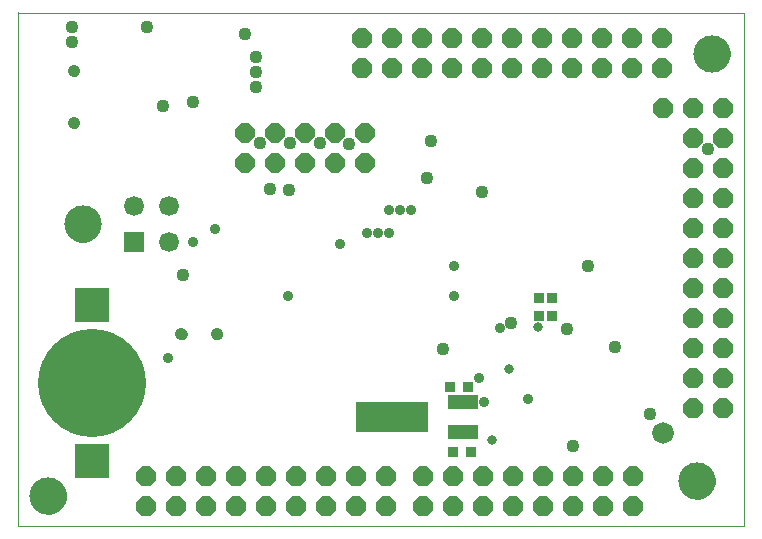
<source format=gbs>
G75*
G70*
%OFA0B0*%
%FSLAX24Y24*%
%IPPOS*%
%LPD*%
%AMOC8*
5,1,8,0,0,1.08239X$1,22.5*
%
%ADD10C,0.0000*%
%ADD11C,0.1241*%
%ADD12R,0.0375X0.0375*%
%ADD13C,0.0414*%
%ADD14R,0.1155X0.1155*%
%ADD15C,0.3603*%
%ADD16R,0.0662X0.0662*%
%ADD17C,0.0662*%
%ADD18OC8,0.0651*%
%ADD19OC8,0.0660*%
%ADD20R,0.2422X0.1044*%
%ADD21R,0.1044X0.0454*%
%ADD22C,0.0720*%
%ADD23C,0.0436*%
%ADD24C,0.0330*%
%ADD25C,0.0350*%
D10*
X000599Y000160D02*
X000599Y017278D01*
X000600Y017276D02*
X024780Y017276D01*
X024780Y000156D01*
X024779Y000160D02*
X000599Y000160D01*
X001008Y001160D02*
X001010Y001208D01*
X001016Y001256D01*
X001026Y001303D01*
X001039Y001349D01*
X001057Y001394D01*
X001077Y001438D01*
X001102Y001480D01*
X001130Y001519D01*
X001160Y001556D01*
X001194Y001590D01*
X001231Y001622D01*
X001269Y001651D01*
X001310Y001676D01*
X001353Y001698D01*
X001398Y001716D01*
X001444Y001730D01*
X001491Y001741D01*
X001539Y001748D01*
X001587Y001751D01*
X001635Y001750D01*
X001683Y001745D01*
X001731Y001736D01*
X001777Y001724D01*
X001822Y001707D01*
X001866Y001687D01*
X001908Y001664D01*
X001948Y001637D01*
X001986Y001607D01*
X002021Y001574D01*
X002053Y001538D01*
X002083Y001500D01*
X002109Y001459D01*
X002131Y001416D01*
X002151Y001372D01*
X002166Y001327D01*
X002178Y001280D01*
X002186Y001232D01*
X002190Y001184D01*
X002190Y001136D01*
X002186Y001088D01*
X002178Y001040D01*
X002166Y000993D01*
X002151Y000948D01*
X002131Y000904D01*
X002109Y000861D01*
X002083Y000820D01*
X002053Y000782D01*
X002021Y000746D01*
X001986Y000713D01*
X001948Y000683D01*
X001908Y000656D01*
X001866Y000633D01*
X001822Y000613D01*
X001777Y000596D01*
X001731Y000584D01*
X001683Y000575D01*
X001635Y000570D01*
X001587Y000569D01*
X001539Y000572D01*
X001491Y000579D01*
X001444Y000590D01*
X001398Y000604D01*
X001353Y000622D01*
X001310Y000644D01*
X001269Y000669D01*
X001231Y000698D01*
X001194Y000730D01*
X001160Y000764D01*
X001130Y000801D01*
X001102Y000840D01*
X001077Y000882D01*
X001057Y000926D01*
X001039Y000971D01*
X001026Y001017D01*
X001016Y001064D01*
X001010Y001112D01*
X001008Y001160D01*
X005861Y006558D02*
X005863Y006584D01*
X005869Y006610D01*
X005879Y006635D01*
X005892Y006658D01*
X005908Y006678D01*
X005928Y006696D01*
X005950Y006711D01*
X005973Y006723D01*
X005999Y006731D01*
X006025Y006735D01*
X006051Y006735D01*
X006077Y006731D01*
X006103Y006723D01*
X006127Y006711D01*
X006148Y006696D01*
X006168Y006678D01*
X006184Y006658D01*
X006197Y006635D01*
X006207Y006610D01*
X006213Y006584D01*
X006215Y006558D01*
X006213Y006532D01*
X006207Y006506D01*
X006197Y006481D01*
X006184Y006458D01*
X006168Y006438D01*
X006148Y006420D01*
X006126Y006405D01*
X006103Y006393D01*
X006077Y006385D01*
X006051Y006381D01*
X006025Y006381D01*
X005999Y006385D01*
X005973Y006393D01*
X005949Y006405D01*
X005928Y006420D01*
X005908Y006438D01*
X005892Y006458D01*
X005879Y006481D01*
X005869Y006506D01*
X005863Y006532D01*
X005861Y006558D01*
X007042Y006558D02*
X007044Y006584D01*
X007050Y006610D01*
X007060Y006635D01*
X007073Y006658D01*
X007089Y006678D01*
X007109Y006696D01*
X007131Y006711D01*
X007154Y006723D01*
X007180Y006731D01*
X007206Y006735D01*
X007232Y006735D01*
X007258Y006731D01*
X007284Y006723D01*
X007308Y006711D01*
X007329Y006696D01*
X007349Y006678D01*
X007365Y006658D01*
X007378Y006635D01*
X007388Y006610D01*
X007394Y006584D01*
X007396Y006558D01*
X007394Y006532D01*
X007388Y006506D01*
X007378Y006481D01*
X007365Y006458D01*
X007349Y006438D01*
X007329Y006420D01*
X007307Y006405D01*
X007284Y006393D01*
X007258Y006385D01*
X007232Y006381D01*
X007206Y006381D01*
X007180Y006385D01*
X007154Y006393D01*
X007130Y006405D01*
X007109Y006420D01*
X007089Y006438D01*
X007073Y006458D01*
X007060Y006481D01*
X007050Y006506D01*
X007044Y006532D01*
X007042Y006558D01*
X002162Y010225D02*
X002164Y010273D01*
X002170Y010321D01*
X002180Y010368D01*
X002193Y010414D01*
X002211Y010459D01*
X002231Y010503D01*
X002256Y010545D01*
X002284Y010584D01*
X002314Y010621D01*
X002348Y010655D01*
X002385Y010687D01*
X002423Y010716D01*
X002464Y010741D01*
X002507Y010763D01*
X002552Y010781D01*
X002598Y010795D01*
X002645Y010806D01*
X002693Y010813D01*
X002741Y010816D01*
X002789Y010815D01*
X002837Y010810D01*
X002885Y010801D01*
X002931Y010789D01*
X002976Y010772D01*
X003020Y010752D01*
X003062Y010729D01*
X003102Y010702D01*
X003140Y010672D01*
X003175Y010639D01*
X003207Y010603D01*
X003237Y010565D01*
X003263Y010524D01*
X003285Y010481D01*
X003305Y010437D01*
X003320Y010392D01*
X003332Y010345D01*
X003340Y010297D01*
X003344Y010249D01*
X003344Y010201D01*
X003340Y010153D01*
X003332Y010105D01*
X003320Y010058D01*
X003305Y010013D01*
X003285Y009969D01*
X003263Y009926D01*
X003237Y009885D01*
X003207Y009847D01*
X003175Y009811D01*
X003140Y009778D01*
X003102Y009748D01*
X003062Y009721D01*
X003020Y009698D01*
X002976Y009678D01*
X002931Y009661D01*
X002885Y009649D01*
X002837Y009640D01*
X002789Y009635D01*
X002741Y009634D01*
X002693Y009637D01*
X002645Y009644D01*
X002598Y009655D01*
X002552Y009669D01*
X002507Y009687D01*
X002464Y009709D01*
X002423Y009734D01*
X002385Y009763D01*
X002348Y009795D01*
X002314Y009829D01*
X002284Y009866D01*
X002256Y009905D01*
X002231Y009947D01*
X002211Y009991D01*
X002193Y010036D01*
X002180Y010082D01*
X002170Y010129D01*
X002164Y010177D01*
X002162Y010225D01*
X002273Y013602D02*
X002275Y013628D01*
X002281Y013654D01*
X002291Y013679D01*
X002304Y013702D01*
X002320Y013722D01*
X002340Y013740D01*
X002362Y013755D01*
X002385Y013767D01*
X002411Y013775D01*
X002437Y013779D01*
X002463Y013779D01*
X002489Y013775D01*
X002515Y013767D01*
X002539Y013755D01*
X002560Y013740D01*
X002580Y013722D01*
X002596Y013702D01*
X002609Y013679D01*
X002619Y013654D01*
X002625Y013628D01*
X002627Y013602D01*
X002625Y013576D01*
X002619Y013550D01*
X002609Y013525D01*
X002596Y013502D01*
X002580Y013482D01*
X002560Y013464D01*
X002538Y013449D01*
X002515Y013437D01*
X002489Y013429D01*
X002463Y013425D01*
X002437Y013425D01*
X002411Y013429D01*
X002385Y013437D01*
X002361Y013449D01*
X002340Y013464D01*
X002320Y013482D01*
X002304Y013502D01*
X002291Y013525D01*
X002281Y013550D01*
X002275Y013576D01*
X002273Y013602D01*
X002273Y015335D02*
X002275Y015361D01*
X002281Y015387D01*
X002291Y015412D01*
X002304Y015435D01*
X002320Y015455D01*
X002340Y015473D01*
X002362Y015488D01*
X002385Y015500D01*
X002411Y015508D01*
X002437Y015512D01*
X002463Y015512D01*
X002489Y015508D01*
X002515Y015500D01*
X002539Y015488D01*
X002560Y015473D01*
X002580Y015455D01*
X002596Y015435D01*
X002609Y015412D01*
X002619Y015387D01*
X002625Y015361D01*
X002627Y015335D01*
X002625Y015309D01*
X002619Y015283D01*
X002609Y015258D01*
X002596Y015235D01*
X002580Y015215D01*
X002560Y015197D01*
X002538Y015182D01*
X002515Y015170D01*
X002489Y015162D01*
X002463Y015158D01*
X002437Y015158D01*
X002411Y015162D01*
X002385Y015170D01*
X002361Y015182D01*
X002340Y015197D01*
X002320Y015215D01*
X002304Y015235D01*
X002291Y015258D01*
X002281Y015283D01*
X002275Y015309D01*
X002273Y015335D01*
X022633Y001660D02*
X022635Y001708D01*
X022641Y001756D01*
X022651Y001803D01*
X022664Y001849D01*
X022682Y001894D01*
X022702Y001938D01*
X022727Y001980D01*
X022755Y002019D01*
X022785Y002056D01*
X022819Y002090D01*
X022856Y002122D01*
X022894Y002151D01*
X022935Y002176D01*
X022978Y002198D01*
X023023Y002216D01*
X023069Y002230D01*
X023116Y002241D01*
X023164Y002248D01*
X023212Y002251D01*
X023260Y002250D01*
X023308Y002245D01*
X023356Y002236D01*
X023402Y002224D01*
X023447Y002207D01*
X023491Y002187D01*
X023533Y002164D01*
X023573Y002137D01*
X023611Y002107D01*
X023646Y002074D01*
X023678Y002038D01*
X023708Y002000D01*
X023734Y001959D01*
X023756Y001916D01*
X023776Y001872D01*
X023791Y001827D01*
X023803Y001780D01*
X023811Y001732D01*
X023815Y001684D01*
X023815Y001636D01*
X023811Y001588D01*
X023803Y001540D01*
X023791Y001493D01*
X023776Y001448D01*
X023756Y001404D01*
X023734Y001361D01*
X023708Y001320D01*
X023678Y001282D01*
X023646Y001246D01*
X023611Y001213D01*
X023573Y001183D01*
X023533Y001156D01*
X023491Y001133D01*
X023447Y001113D01*
X023402Y001096D01*
X023356Y001084D01*
X023308Y001075D01*
X023260Y001070D01*
X023212Y001069D01*
X023164Y001072D01*
X023116Y001079D01*
X023069Y001090D01*
X023023Y001104D01*
X022978Y001122D01*
X022935Y001144D01*
X022894Y001169D01*
X022856Y001198D01*
X022819Y001230D01*
X022785Y001264D01*
X022755Y001301D01*
X022727Y001340D01*
X022702Y001382D01*
X022682Y001426D01*
X022664Y001471D01*
X022651Y001517D01*
X022641Y001564D01*
X022635Y001612D01*
X022633Y001660D01*
X023133Y015910D02*
X023135Y015958D01*
X023141Y016006D01*
X023151Y016053D01*
X023164Y016099D01*
X023182Y016144D01*
X023202Y016188D01*
X023227Y016230D01*
X023255Y016269D01*
X023285Y016306D01*
X023319Y016340D01*
X023356Y016372D01*
X023394Y016401D01*
X023435Y016426D01*
X023478Y016448D01*
X023523Y016466D01*
X023569Y016480D01*
X023616Y016491D01*
X023664Y016498D01*
X023712Y016501D01*
X023760Y016500D01*
X023808Y016495D01*
X023856Y016486D01*
X023902Y016474D01*
X023947Y016457D01*
X023991Y016437D01*
X024033Y016414D01*
X024073Y016387D01*
X024111Y016357D01*
X024146Y016324D01*
X024178Y016288D01*
X024208Y016250D01*
X024234Y016209D01*
X024256Y016166D01*
X024276Y016122D01*
X024291Y016077D01*
X024303Y016030D01*
X024311Y015982D01*
X024315Y015934D01*
X024315Y015886D01*
X024311Y015838D01*
X024303Y015790D01*
X024291Y015743D01*
X024276Y015698D01*
X024256Y015654D01*
X024234Y015611D01*
X024208Y015570D01*
X024178Y015532D01*
X024146Y015496D01*
X024111Y015463D01*
X024073Y015433D01*
X024033Y015406D01*
X023991Y015383D01*
X023947Y015363D01*
X023902Y015346D01*
X023856Y015334D01*
X023808Y015325D01*
X023760Y015320D01*
X023712Y015319D01*
X023664Y015322D01*
X023616Y015329D01*
X023569Y015340D01*
X023523Y015354D01*
X023478Y015372D01*
X023435Y015394D01*
X023394Y015419D01*
X023356Y015448D01*
X023319Y015480D01*
X023285Y015514D01*
X023255Y015551D01*
X023227Y015590D01*
X023202Y015632D01*
X023182Y015676D01*
X023164Y015721D01*
X023151Y015767D01*
X023141Y015814D01*
X023135Y015862D01*
X023133Y015910D01*
D11*
X023724Y015910D03*
X023224Y001660D03*
X002753Y010225D03*
X001599Y001160D03*
D12*
X014988Y004811D03*
X015588Y004811D03*
X015683Y002625D03*
X015083Y002625D03*
X017965Y007163D03*
X018391Y007163D03*
X018391Y007763D03*
X017965Y007763D03*
D13*
X007219Y006558D03*
X006038Y006558D03*
X002450Y013602D03*
X002450Y015335D03*
D14*
X003074Y007535D03*
X003074Y002335D03*
D15*
X003074Y004935D03*
D16*
X004454Y009634D03*
D17*
X005635Y009634D03*
X005635Y010815D03*
X004454Y010815D03*
D18*
X008150Y012256D03*
X009150Y012256D03*
X010150Y012256D03*
X011150Y012256D03*
X012150Y012256D03*
X012150Y013256D03*
X011150Y013256D03*
X010150Y013256D03*
X009150Y013256D03*
X008150Y013256D03*
D19*
X012050Y015444D03*
X013050Y015444D03*
X014050Y015444D03*
X015050Y015444D03*
X016050Y015444D03*
X017050Y015444D03*
X018050Y015444D03*
X019050Y015444D03*
X020050Y015444D03*
X021050Y015444D03*
X022050Y015444D03*
X022050Y016444D03*
X021050Y016444D03*
X020050Y016444D03*
X019050Y016444D03*
X018050Y016444D03*
X017050Y016444D03*
X016050Y016444D03*
X015050Y016444D03*
X014050Y016444D03*
X013050Y016444D03*
X012050Y016444D03*
X022101Y014110D03*
X023100Y014106D03*
X024100Y014106D03*
X024100Y013106D03*
X023100Y013106D03*
X023100Y012106D03*
X024100Y012106D03*
X024100Y011106D03*
X023100Y011106D03*
X023100Y010106D03*
X024100Y010106D03*
X024100Y009106D03*
X023100Y009106D03*
X023100Y008106D03*
X024100Y008106D03*
X024100Y007106D03*
X023100Y007106D03*
X023100Y006106D03*
X024100Y006106D03*
X024100Y005106D03*
X023100Y005106D03*
X023100Y004106D03*
X024100Y004106D03*
X021100Y001831D03*
X020100Y001831D03*
X019100Y001831D03*
X018100Y001831D03*
X017100Y001831D03*
X016100Y001831D03*
X015100Y001831D03*
X014100Y001831D03*
X012850Y001831D03*
X011850Y001831D03*
X010850Y001831D03*
X009850Y001831D03*
X008850Y001831D03*
X007850Y001831D03*
X006850Y001831D03*
X005850Y001831D03*
X004850Y001831D03*
X004850Y000831D03*
X005850Y000831D03*
X006850Y000831D03*
X007850Y000831D03*
X008850Y000831D03*
X009850Y000831D03*
X010850Y000831D03*
X011850Y000831D03*
X012850Y000831D03*
X014100Y000831D03*
X015100Y000831D03*
X016100Y000831D03*
X017100Y000831D03*
X018100Y000831D03*
X019100Y000831D03*
X020100Y000831D03*
X021100Y000831D03*
D20*
X013049Y003810D03*
D21*
X015411Y003310D03*
X015411Y004310D03*
D22*
X022104Y003273D03*
D23*
X021659Y003901D03*
X019100Y002815D03*
X014770Y006069D03*
X017038Y006919D03*
X018900Y006744D03*
X020499Y006115D03*
X019590Y008832D03*
X016050Y011281D03*
X014238Y011756D03*
X014350Y012985D03*
X011638Y012909D03*
X010650Y012922D03*
X009650Y012922D03*
X008650Y012922D03*
X009000Y011406D03*
X009613Y011356D03*
X006415Y014306D03*
X005425Y014156D03*
X002400Y016297D03*
X002400Y016797D03*
X004900Y016797D03*
X008150Y016547D03*
X008525Y015797D03*
X008525Y015297D03*
X008525Y014797D03*
X006109Y008526D03*
X023610Y012724D03*
D24*
X017912Y006799D03*
X016945Y005388D03*
X016379Y003042D03*
D25*
X016125Y004309D03*
X015950Y005094D03*
X017578Y004384D03*
X016663Y006747D03*
X015144Y007842D03*
X015119Y008842D03*
X012963Y009944D03*
X012588Y009944D03*
X012213Y009944D03*
X011337Y009573D03*
X012950Y010681D03*
X013325Y010681D03*
X013700Y010681D03*
X009606Y007843D03*
X007174Y010060D03*
X006424Y009635D03*
X005600Y005756D03*
M02*

</source>
